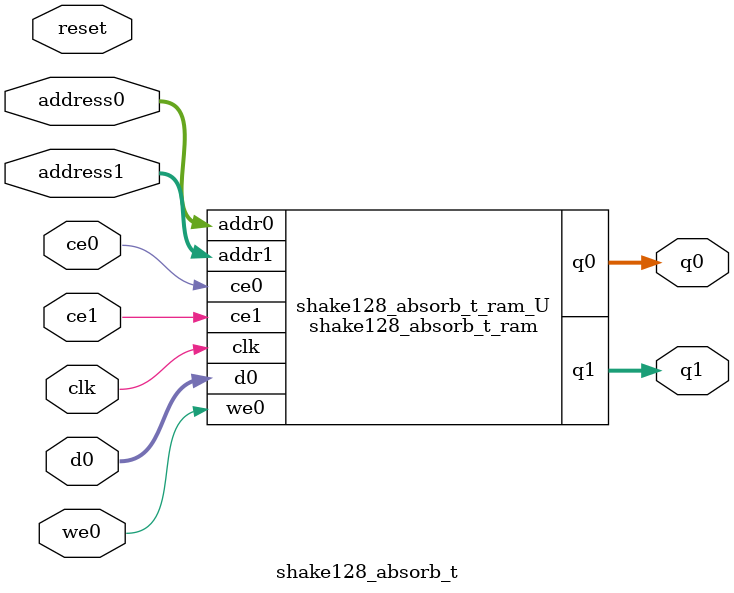
<source format=v>
`timescale 1 ns / 1 ps
module shake128_absorb_t_ram (addr0, ce0, d0, we0, q0, addr1, ce1, q1,  clk);

parameter DWIDTH = 8;
parameter AWIDTH = 3;
parameter MEM_SIZE = 8;

input[AWIDTH-1:0] addr0;
input ce0;
input[DWIDTH-1:0] d0;
input we0;
output reg[DWIDTH-1:0] q0;
input[AWIDTH-1:0] addr1;
input ce1;
output reg[DWIDTH-1:0] q1;
input clk;

(* ram_style = "distributed" *)reg [DWIDTH-1:0] ram[0:MEM_SIZE-1];




always @(posedge clk)  
begin 
    if (ce0) begin
        if (we0) 
            ram[addr0] <= d0; 
        q0 <= ram[addr0];
    end
end


always @(posedge clk)  
begin 
    if (ce1) begin
        q1 <= ram[addr1];
    end
end


endmodule

`timescale 1 ns / 1 ps
module shake128_absorb_t(
    reset,
    clk,
    address0,
    ce0,
    we0,
    d0,
    q0,
    address1,
    ce1,
    q1);

parameter DataWidth = 32'd8;
parameter AddressRange = 32'd8;
parameter AddressWidth = 32'd3;
input reset;
input clk;
input[AddressWidth - 1:0] address0;
input ce0;
input we0;
input[DataWidth - 1:0] d0;
output[DataWidth - 1:0] q0;
input[AddressWidth - 1:0] address1;
input ce1;
output[DataWidth - 1:0] q1;



shake128_absorb_t_ram shake128_absorb_t_ram_U(
    .clk( clk ),
    .addr0( address0 ),
    .ce0( ce0 ),
    .we0( we0 ),
    .d0( d0 ),
    .q0( q0 ),
    .addr1( address1 ),
    .ce1( ce1 ),
    .q1( q1 ));

endmodule


</source>
